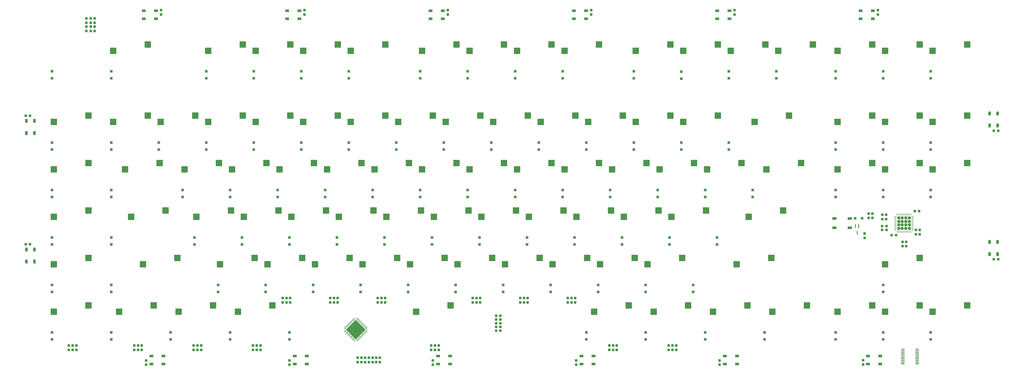
<source format=gbr>
%TF.GenerationSoftware,KiCad,Pcbnew,(6.0.4)*%
%TF.CreationDate,2022-07-07T12:58:29-04:00*%
%TF.ProjectId,Uranium,5572616e-6975-46d2-9e6b-696361645f70,rev?*%
%TF.SameCoordinates,Original*%
%TF.FileFunction,Paste,Bot*%
%TF.FilePolarity,Positive*%
%FSLAX46Y46*%
G04 Gerber Fmt 4.6, Leading zero omitted, Abs format (unit mm)*
G04 Created by KiCad (PCBNEW (6.0.4)) date 2022-07-07 12:58:29*
%MOMM*%
%LPD*%
G01*
G04 APERTURE LIST*
G04 Aperture macros list*
%AMRoundRect*
0 Rectangle with rounded corners*
0 $1 Rounding radius*
0 $2 $3 $4 $5 $6 $7 $8 $9 X,Y pos of 4 corners*
0 Add a 4 corners polygon primitive as box body*
4,1,4,$2,$3,$4,$5,$6,$7,$8,$9,$2,$3,0*
0 Add four circle primitives for the rounded corners*
1,1,$1+$1,$2,$3*
1,1,$1+$1,$4,$5*
1,1,$1+$1,$6,$7*
1,1,$1+$1,$8,$9*
0 Add four rect primitives between the rounded corners*
20,1,$1+$1,$2,$3,$4,$5,0*
20,1,$1+$1,$4,$5,$6,$7,0*
20,1,$1+$1,$6,$7,$8,$9,0*
20,1,$1+$1,$8,$9,$2,$3,0*%
%AMRotRect*
0 Rectangle, with rotation*
0 The origin of the aperture is its center*
0 $1 length*
0 $2 width*
0 $3 Rotation angle, in degrees counterclockwise*
0 Add horizontal line*
21,1,$1,$2,0,0,$3*%
G04 Aperture macros list end*
%ADD10R,2.550000X2.500000*%
%ADD11R,1.100000X1.100000*%
%ADD12RoundRect,0.237500X-0.237500X0.287500X-0.237500X-0.287500X0.237500X-0.287500X0.237500X0.287500X0*%
%ADD13RoundRect,0.237500X-0.287500X-0.237500X0.287500X-0.237500X0.287500X0.237500X-0.287500X0.237500X0*%
%ADD14RoundRect,0.237500X0.237500X-0.287500X0.237500X0.287500X-0.237500X0.287500X-0.237500X-0.287500X0*%
%ADD15R,1.500000X1.000000*%
%ADD16RoundRect,0.237500X0.287500X0.237500X-0.287500X0.237500X-0.287500X-0.237500X0.287500X-0.237500X0*%
%ADD17RoundRect,0.100000X0.637500X0.100000X-0.637500X0.100000X-0.637500X-0.100000X0.637500X-0.100000X0*%
%ADD18R,1.000000X1.500000*%
%ADD19RotRect,0.200000X0.850000X45.000000*%
%ADD20RotRect,0.200000X0.850000X135.000000*%
%ADD21RotRect,5.550000X5.550000X135.000000*%
%ADD22R,1.800000X1.100000*%
%ADD23RoundRect,0.250000X-0.315000X-0.315000X0.315000X-0.315000X0.315000X0.315000X-0.315000X0.315000X0*%
%ADD24RoundRect,0.062500X-0.375000X-0.062500X0.375000X-0.062500X0.375000X0.062500X-0.375000X0.062500X0*%
%ADD25RoundRect,0.062500X-0.062500X-0.375000X0.062500X-0.375000X0.062500X0.375000X-0.062500X0.375000X0*%
%ADD26R,0.450000X1.500000*%
G04 APERTURE END LIST*
D10*
%TO.C,K62*%
X473015000Y-209232500D03*
X459165000Y-211772500D03*
%TD*%
%TO.C,K83*%
X332521250Y-247332500D03*
X318671250Y-249872500D03*
%TD*%
%TO.C,K42*%
X430152500Y-190182500D03*
X416302500Y-192722500D03*
%TD*%
%TO.C,K81*%
X282515000Y-247332500D03*
X268665000Y-249872500D03*
%TD*%
%TO.C,K2*%
X344427500Y-142557500D03*
X330577500Y-145097500D03*
%TD*%
%TO.C,K71*%
X387290000Y-228282500D03*
X373440000Y-230822500D03*
%TD*%
%TO.C,K31*%
X563502500Y-171132500D03*
X549652500Y-173672500D03*
%TD*%
%TO.C,K3*%
X363477500Y-142557500D03*
X349627500Y-145097500D03*
%TD*%
%TO.C,K12*%
X553977500Y-142557500D03*
X540127500Y-145097500D03*
%TD*%
%TO.C,K45*%
X487302500Y-190182500D03*
X473452500Y-192722500D03*
%TD*%
%TO.C,K41*%
X411102500Y-190182500D03*
X397252500Y-192722500D03*
%TD*%
%TO.C,K28*%
X496827500Y-171132500D03*
X482977500Y-173672500D03*
%TD*%
%TO.C,K44*%
X468252500Y-190182500D03*
X454402500Y-192722500D03*
%TD*%
%TO.C,K4*%
X382527500Y-142557500D03*
X368677500Y-145097500D03*
%TD*%
%TO.C,K74*%
X444440000Y-228282500D03*
X430590000Y-230822500D03*
%TD*%
%TO.C,K9*%
X487302500Y-142557500D03*
X473452500Y-145097500D03*
%TD*%
%TO.C,K90*%
X596840000Y-247332500D03*
X582990000Y-249872500D03*
%TD*%
%TO.C,K36*%
X311090000Y-190182500D03*
X297240000Y-192722500D03*
%TD*%
%TO.C,K49*%
X568265000Y-190182500D03*
X554415000Y-192722500D03*
%TD*%
%TO.C,K6*%
X430152500Y-142557500D03*
X416302500Y-145097500D03*
%TD*%
%TO.C,K19*%
X325377500Y-171132500D03*
X311527500Y-173672500D03*
%TD*%
%TO.C,K87*%
X523021250Y-247332500D03*
X509171250Y-249872500D03*
%TD*%
%TO.C,K80*%
X615890000Y-228282500D03*
X602040000Y-230822500D03*
%TD*%
%TO.C,K47*%
X525402500Y-190182500D03*
X511552500Y-192722500D03*
%TD*%
%TO.C,K14*%
X596840000Y-142557500D03*
X582990000Y-145097500D03*
%TD*%
%TO.C,K66*%
X561121250Y-209232500D03*
X547271250Y-211772500D03*
%TD*%
%TO.C,K91*%
X615890000Y-247332500D03*
X602040000Y-249872500D03*
%TD*%
%TO.C,K56*%
X358715000Y-209232500D03*
X344865000Y-211772500D03*
%TD*%
%TO.C,K78*%
X520640000Y-228282500D03*
X506790000Y-230822500D03*
%TD*%
%TO.C,K54*%
X313471250Y-209232500D03*
X299621250Y-211772500D03*
%TD*%
%TO.C,K67*%
X282515000Y-228282500D03*
X268665000Y-230822500D03*
%TD*%
%TO.C,K15*%
X615890000Y-142557500D03*
X602040000Y-145097500D03*
%TD*%
%TO.C,K38*%
X353952500Y-190182500D03*
X340102500Y-192722500D03*
%TD*%
%TO.C,K69*%
X349190000Y-228282500D03*
X335340000Y-230822500D03*
%TD*%
%TO.C,K51*%
X615890000Y-190182500D03*
X602040000Y-192722500D03*
%TD*%
%TO.C,K29*%
X515877500Y-171132500D03*
X502027500Y-173672500D03*
%TD*%
%TO.C,K23*%
X401577500Y-171132500D03*
X387727500Y-173672500D03*
%TD*%
%TO.C,K55*%
X339665000Y-209232500D03*
X325815000Y-211772500D03*
%TD*%
%TO.C,K70*%
X368240000Y-228282500D03*
X354390000Y-230822500D03*
%TD*%
%TO.C,K68*%
X318233750Y-228282500D03*
X304383750Y-230822500D03*
%TD*%
%TO.C,K8*%
X468252500Y-142557500D03*
X454402500Y-145097500D03*
%TD*%
%TO.C,K58*%
X396815000Y-209232500D03*
X382965000Y-211772500D03*
%TD*%
%TO.C,K40*%
X392052500Y-190182500D03*
X378202500Y-192722500D03*
%TD*%
%TO.C,K20*%
X344427500Y-171132500D03*
X330577500Y-173672500D03*
%TD*%
%TO.C,K1*%
X306327500Y-142557500D03*
X292477500Y-145097500D03*
%TD*%
%TO.C,K59*%
X415865000Y-209232500D03*
X402015000Y-211772500D03*
%TD*%
%TO.C,K16*%
X634940000Y-142557500D03*
X621090000Y-145097500D03*
%TD*%
%TO.C,K21*%
X363477500Y-171132500D03*
X349627500Y-173672500D03*
%TD*%
%TO.C,K25*%
X439677500Y-171132500D03*
X425827500Y-173672500D03*
%TD*%
%TO.C,K10*%
X515877500Y-142557500D03*
X502027500Y-145097500D03*
%TD*%
%TO.C,K61*%
X453965000Y-209232500D03*
X440115000Y-211772500D03*
%TD*%
%TO.C,K48*%
X544452500Y-190182500D03*
X530602500Y-192722500D03*
%TD*%
%TO.C,K7*%
X449202500Y-142557500D03*
X435352500Y-145097500D03*
%TD*%
%TO.C,K50*%
X596840000Y-190182500D03*
X582990000Y-192722500D03*
%TD*%
%TO.C,K33*%
X615890000Y-171132500D03*
X602040000Y-173672500D03*
%TD*%
%TO.C,K27*%
X477777500Y-171132500D03*
X463927500Y-173672500D03*
%TD*%
%TO.C,K77*%
X501590000Y-228282500D03*
X487740000Y-230822500D03*
%TD*%
%TO.C,K26*%
X458727500Y-171132500D03*
X444877500Y-173672500D03*
%TD*%
%TO.C,K84*%
X356333750Y-247332500D03*
X342483750Y-249872500D03*
%TD*%
%TO.C,K75*%
X463490000Y-228282500D03*
X449640000Y-230822500D03*
%TD*%
%TO.C,K18*%
X306327500Y-171132500D03*
X292477500Y-173672500D03*
%TD*%
%TO.C,K32*%
X596840000Y-171132500D03*
X582990000Y-173672500D03*
%TD*%
%TO.C,K52*%
X634940000Y-190182500D03*
X621090000Y-192722500D03*
%TD*%
%TO.C,K65*%
X530165000Y-209232500D03*
X516315000Y-211772500D03*
%TD*%
%TO.C,K43*%
X449202500Y-190182500D03*
X435352500Y-192722500D03*
%TD*%
%TO.C,K30*%
X534927500Y-171132500D03*
X521077500Y-173672500D03*
%TD*%
%TO.C,K73*%
X425390000Y-228282500D03*
X411540000Y-230822500D03*
%TD*%
%TO.C,K85*%
X427771250Y-247332500D03*
X413921250Y-249872500D03*
%TD*%
%TO.C,K63*%
X492065000Y-209232500D03*
X478215000Y-211772500D03*
%TD*%
%TO.C,K11*%
X534927500Y-142557500D03*
X521077500Y-145097500D03*
%TD*%
%TO.C,K24*%
X420627500Y-171132500D03*
X406777500Y-173672500D03*
%TD*%
%TO.C,K17*%
X282515000Y-171132500D03*
X268665000Y-173672500D03*
%TD*%
%TO.C,K34*%
X634940000Y-171132500D03*
X621090000Y-173672500D03*
%TD*%
%TO.C,K37*%
X334902500Y-190182500D03*
X321052500Y-192722500D03*
%TD*%
%TO.C,K57*%
X377765000Y-209232500D03*
X363915000Y-211772500D03*
%TD*%
%TO.C,K46*%
X506352500Y-190182500D03*
X492502500Y-192722500D03*
%TD*%
%TO.C,K39*%
X373002500Y-190182500D03*
X359152500Y-192722500D03*
%TD*%
%TO.C,K64*%
X511115000Y-209232500D03*
X497265000Y-211772500D03*
%TD*%
%TO.C,K72*%
X406340000Y-228282500D03*
X392490000Y-230822500D03*
%TD*%
%TO.C,K86*%
X499208750Y-247332500D03*
X485358750Y-249872500D03*
%TD*%
%TO.C,K13*%
X573027500Y-142557500D03*
X559177500Y-145097500D03*
%TD*%
%TO.C,K53*%
X282515000Y-209232500D03*
X268665000Y-211772500D03*
%TD*%
%TO.C,K22*%
X382527500Y-171132500D03*
X368677500Y-173672500D03*
%TD*%
%TO.C,K79*%
X556358750Y-228282500D03*
X542508750Y-230822500D03*
%TD*%
%TO.C,K92*%
X634940000Y-247332500D03*
X621090000Y-249872500D03*
%TD*%
%TO.C,K35*%
X282515000Y-190182500D03*
X268665000Y-192722500D03*
%TD*%
%TO.C,K88*%
X546833750Y-247332500D03*
X532983750Y-249872500D03*
%TD*%
%TO.C,K5*%
X401577500Y-142557500D03*
X387727500Y-145097500D03*
%TD*%
%TO.C,K82*%
X308708750Y-247332500D03*
X294858750Y-249872500D03*
%TD*%
%TO.C,K89*%
X570646250Y-247332500D03*
X556796250Y-249872500D03*
%TD*%
%TO.C,K60*%
X434915000Y-209232500D03*
X421065000Y-211772500D03*
%TD*%
%TO.C,K76*%
X482540000Y-228282500D03*
X468690000Y-230822500D03*
%TD*%
D11*
%TO.C,D75*%
X372665625Y-241906250D03*
X372665625Y-239106250D03*
%TD*%
%TO.C,D61*%
X363140625Y-222856250D03*
X363140625Y-220056250D03*
%TD*%
%TO.C,D23*%
X310753125Y-184756250D03*
X310753125Y-181956250D03*
%TD*%
D12*
%TO.C,C10*%
X615895000Y-217025000D03*
X615895000Y-218775000D03*
%TD*%
D11*
%TO.C,D9*%
X386953125Y-156181250D03*
X386953125Y-153381250D03*
%TD*%
%TO.C,D70*%
X534590625Y-222856250D03*
X534590625Y-220056250D03*
%TD*%
D13*
%TO.C,C31*%
X257383750Y-222810459D03*
X259133750Y-222810459D03*
%TD*%
D14*
%TO.C,R23*%
X302418750Y-265193750D03*
X302418750Y-263443750D03*
%TD*%
D11*
%TO.C,D31*%
X463153125Y-184756250D03*
X463153125Y-181956250D03*
%TD*%
%TO.C,D50*%
X491728125Y-203806250D03*
X491728125Y-201006250D03*
%TD*%
D12*
%TO.C,R7*%
X610500000Y-221825000D03*
X610500000Y-223575000D03*
%TD*%
D14*
%TO.C,R31*%
X363450000Y-246143750D03*
X363450000Y-244393750D03*
%TD*%
%TO.C,R47*%
X457200000Y-246143750D03*
X457200000Y-244393750D03*
%TD*%
%TO.C,C27*%
X478171309Y-271158750D03*
X478171309Y-269408750D03*
%TD*%
D12*
%TO.C,R6*%
X284997024Y-135425000D03*
X284997024Y-137175000D03*
%TD*%
D11*
%TO.C,D80*%
X467915625Y-241906250D03*
X467915625Y-239106250D03*
%TD*%
D14*
%TO.C,C28*%
X420681138Y-271158750D03*
X420681138Y-269408750D03*
%TD*%
%TO.C,R44*%
X438150000Y-246143750D03*
X438150000Y-244393750D03*
%TD*%
D15*
%TO.C,D198*%
X597076651Y-129071250D03*
X597076651Y-132271250D03*
X592176651Y-132271250D03*
X592176651Y-129071250D03*
%TD*%
D14*
%TO.C,R43*%
X439650000Y-246143750D03*
X439650000Y-244393750D03*
%TD*%
D16*
%TO.C,C18*%
X447775000Y-253000000D03*
X446025000Y-253000000D03*
%TD*%
D11*
%TO.C,D25*%
X348853125Y-184756250D03*
X348853125Y-181956250D03*
%TD*%
%TO.C,D71*%
X267890625Y-241906250D03*
X267890625Y-239106250D03*
%TD*%
D15*
%TO.C,D202*%
X367115967Y-129071250D03*
X367115967Y-132271250D03*
X362215967Y-132271250D03*
X362215967Y-129071250D03*
%TD*%
D11*
%TO.C,D92*%
X529828125Y-260956250D03*
X529828125Y-258156250D03*
%TD*%
%TO.C,D52*%
X529828125Y-203806250D03*
X529828125Y-201006250D03*
%TD*%
D14*
%TO.C,R39*%
X398543750Y-246143750D03*
X398543750Y-244393750D03*
%TD*%
D11*
%TO.C,D37*%
X601265625Y-184756250D03*
X601265625Y-181956250D03*
%TD*%
D16*
%TO.C,R16*%
X447775000Y-254500000D03*
X446025000Y-254500000D03*
%TD*%
D11*
%TO.C,D8*%
X367903125Y-156181250D03*
X367903125Y-153381250D03*
%TD*%
%TO.C,D78*%
X429815625Y-241906250D03*
X429815625Y-239106250D03*
%TD*%
D14*
%TO.C,R54*%
X491418750Y-265193750D03*
X491418750Y-263443750D03*
%TD*%
%TO.C,C21*%
X395000000Y-270087500D03*
X395000000Y-268337500D03*
%TD*%
%TO.C,R19*%
X277725000Y-265193750D03*
X277725000Y-263443750D03*
%TD*%
D11*
%TO.C,D36*%
X582215625Y-184756250D03*
X582215625Y-181956250D03*
%TD*%
%TO.C,D89*%
X363140625Y-260956250D03*
X363140625Y-258156250D03*
%TD*%
D14*
%TO.C,C25*%
X593176651Y-271058750D03*
X593176651Y-269308750D03*
%TD*%
D11*
%TO.C,D85*%
X267890625Y-260956250D03*
X267890625Y-258156250D03*
%TD*%
D14*
%TO.C,R42*%
X419981250Y-265193750D03*
X419981250Y-263443750D03*
%TD*%
%TO.C,R41*%
X421481250Y-265193750D03*
X421481250Y-263443750D03*
%TD*%
D11*
%TO.C,D73*%
X334565625Y-241906250D03*
X334565625Y-239106250D03*
%TD*%
D14*
%TO.C,C30*%
X305700796Y-271158750D03*
X305700796Y-269408750D03*
%TD*%
D11*
%TO.C,D81*%
X486965625Y-241906250D03*
X486965625Y-239106250D03*
%TD*%
D15*
%TO.C,D203*%
X309625796Y-129071250D03*
X309625796Y-132271250D03*
X304725796Y-132271250D03*
X304725796Y-129071250D03*
%TD*%
D11*
%TO.C,D28*%
X406003125Y-184756250D03*
X406003125Y-181956250D03*
%TD*%
%TO.C,D86*%
X291703125Y-260956250D03*
X291703125Y-258156250D03*
%TD*%
D16*
%TO.C,C40*%
X647396250Y-228785459D03*
X645646250Y-228785459D03*
%TD*%
D11*
%TO.C,D79*%
X448865625Y-241906250D03*
X448865625Y-239106250D03*
%TD*%
D17*
%TO.C,U1*%
X614843750Y-264965625D03*
X614843750Y-265615625D03*
X614843750Y-266265625D03*
X614843750Y-266915625D03*
X614843750Y-267565625D03*
X614843750Y-268215625D03*
X614843750Y-268865625D03*
X614843750Y-269515625D03*
X614843750Y-270165625D03*
X614843750Y-270815625D03*
X609118750Y-270815625D03*
X609118750Y-270165625D03*
X609118750Y-269515625D03*
X609118750Y-268865625D03*
X609118750Y-268215625D03*
X609118750Y-267565625D03*
X609118750Y-266915625D03*
X609118750Y-266265625D03*
X609118750Y-265615625D03*
X609118750Y-264965625D03*
%TD*%
D11*
%TO.C,D13*%
X472678125Y-156181250D03*
X472678125Y-153381250D03*
%TD*%
D15*
%TO.C,D192*%
X480221309Y-270883750D03*
X480221309Y-267683750D03*
X485121309Y-267683750D03*
X485121309Y-270883750D03*
%TD*%
D11*
%TO.C,D46*%
X415528125Y-203806250D03*
X415528125Y-201006250D03*
%TD*%
%TO.C,D1*%
X592787500Y-212359375D03*
X589987500Y-212359375D03*
%TD*%
D18*
%TO.C,D205*%
X647121250Y-226735459D03*
X643921250Y-226735459D03*
X643921250Y-221835459D03*
X647121250Y-221835459D03*
%TD*%
D14*
%TO.C,R18*%
X399400000Y-270087500D03*
X399400000Y-268337500D03*
%TD*%
%TO.C,C20*%
X397956250Y-270087500D03*
X397956250Y-268337500D03*
%TD*%
D11*
%TO.C,D83*%
X525065625Y-241906250D03*
X525065625Y-239106250D03*
%TD*%
D12*
%TO.C,C36*%
X426656138Y-128796250D03*
X426656138Y-130546250D03*
%TD*%
D11*
%TO.C,D38*%
X620315625Y-184756250D03*
X620315625Y-181956250D03*
%TD*%
%TO.C,D41*%
X320278125Y-203806250D03*
X320278125Y-201006250D03*
%TD*%
D19*
%TO.C,U5*%
X394178694Y-257484924D03*
X393895852Y-257767767D03*
X393613009Y-258050610D03*
X393330166Y-258333453D03*
X393047324Y-258616295D03*
X392764481Y-258899138D03*
X392481638Y-259181981D03*
X392198795Y-259464823D03*
X391915953Y-259747666D03*
X391633110Y-260030509D03*
X391350267Y-260313352D03*
X391067425Y-260596194D03*
X390784582Y-260879037D03*
X390501739Y-261161880D03*
X390218896Y-261444722D03*
D20*
X389299658Y-261444722D03*
X389016815Y-261161880D03*
X388733972Y-260879037D03*
X388451129Y-260596194D03*
X388168287Y-260313352D03*
X387885444Y-260030509D03*
X387602601Y-259747666D03*
X387319759Y-259464823D03*
X387036916Y-259181981D03*
X386754073Y-258899138D03*
X386471230Y-258616295D03*
X386188388Y-258333453D03*
X385905545Y-258050610D03*
X385622702Y-257767767D03*
X385339860Y-257484924D03*
D19*
X385339860Y-256565686D03*
X385622702Y-256282843D03*
X385905545Y-256000000D03*
X386188388Y-255717157D03*
X386471230Y-255434315D03*
X386754073Y-255151472D03*
X387036916Y-254868629D03*
X387319759Y-254585787D03*
X387602601Y-254302944D03*
X387885444Y-254020101D03*
X388168287Y-253737258D03*
X388451129Y-253454416D03*
X388733972Y-253171573D03*
X389016815Y-252888730D03*
X389299658Y-252605888D03*
D20*
X390218896Y-252605888D03*
X390501739Y-252888730D03*
X390784582Y-253171573D03*
X391067425Y-253454416D03*
X391350267Y-253737258D03*
X391633110Y-254020101D03*
X391915953Y-254302944D03*
X392198795Y-254585787D03*
X392481638Y-254868629D03*
X392764481Y-255151472D03*
X393047324Y-255434315D03*
X393330166Y-255717157D03*
X393613009Y-256000000D03*
X393895852Y-256282843D03*
X394178694Y-256565686D03*
D21*
X389759277Y-257025305D03*
%TD*%
D14*
%TO.C,C26*%
X535661480Y-271158750D03*
X535661480Y-269408750D03*
%TD*%
D11*
%TO.C,D20*%
X620315625Y-156181250D03*
X620315625Y-153381250D03*
%TD*%
%TO.C,D58*%
X291703125Y-222856250D03*
X291703125Y-220056250D03*
%TD*%
%TO.C,D82*%
X506015625Y-241906250D03*
X506015625Y-239106250D03*
%TD*%
%TO.C,D93*%
X553640625Y-260956250D03*
X553640625Y-258156250D03*
%TD*%
D12*
%TO.C,C35*%
X484146309Y-128796250D03*
X484146309Y-130546250D03*
%TD*%
D14*
%TO.C,R55*%
X518231250Y-265193750D03*
X518231250Y-263443750D03*
%TD*%
D16*
%TO.C,R4*%
X283472024Y-137200000D03*
X281722024Y-137200000D03*
%TD*%
D11*
%TO.C,D19*%
X601265625Y-156181250D03*
X601265625Y-153381250D03*
%TD*%
%TO.C,D87*%
X315515625Y-260956250D03*
X315515625Y-258156250D03*
%TD*%
D16*
%TO.C,C16*%
X602575000Y-217000000D03*
X600825000Y-217000000D03*
%TD*%
D14*
%TO.C,C12*%
X600900000Y-212675000D03*
X600900000Y-210925000D03*
%TD*%
%TO.C,C24*%
X390500000Y-270075000D03*
X390500000Y-268325000D03*
%TD*%
D11*
%TO.C,D60*%
X344090625Y-222856250D03*
X344090625Y-220056250D03*
%TD*%
%TO.C,D88*%
X339328125Y-260956250D03*
X339328125Y-258156250D03*
%TD*%
%TO.C,D65*%
X439340625Y-222856250D03*
X439340625Y-220056250D03*
%TD*%
D14*
%TO.C,R29*%
X350043750Y-265193750D03*
X350043750Y-263443750D03*
%TD*%
D11*
%TO.C,D39*%
X267890625Y-203806250D03*
X267890625Y-201006250D03*
%TD*%
%TO.C,D94*%
X582215625Y-260956250D03*
X582215625Y-258156250D03*
%TD*%
%TO.C,D44*%
X377428125Y-203806250D03*
X377428125Y-201006250D03*
%TD*%
%TO.C,D32*%
X482203125Y-184756250D03*
X482203125Y-181956250D03*
%TD*%
%TO.C,D6*%
X329803125Y-156181250D03*
X329803125Y-153381250D03*
%TD*%
%TO.C,D68*%
X496490625Y-222856250D03*
X496490625Y-220056250D03*
%TD*%
D14*
%TO.C,R27*%
X324731250Y-265193750D03*
X324731250Y-263443750D03*
%TD*%
%TO.C,C29*%
X363190967Y-271158750D03*
X363190967Y-269408750D03*
%TD*%
%TO.C,R30*%
X348543750Y-265193750D03*
X348543750Y-263443750D03*
%TD*%
D15*
%TO.C,D191*%
X537711480Y-270883750D03*
X537711480Y-267683750D03*
X542611480Y-267683750D03*
X542611480Y-270883750D03*
%TD*%
D14*
%TO.C,R5*%
X284997024Y-133875000D03*
X284997024Y-132125000D03*
%TD*%
D22*
%TO.C,SW1*%
X581700000Y-216150000D03*
X587900000Y-216150000D03*
X587900000Y-212450000D03*
X581700000Y-212450000D03*
%TD*%
D18*
%TO.C,D197*%
X257658750Y-173266792D03*
X260858750Y-173266792D03*
X260858750Y-178166792D03*
X257658750Y-178166792D03*
%TD*%
D11*
%TO.C,D91*%
X506015625Y-260956250D03*
X506015625Y-258156250D03*
%TD*%
%TO.C,D34*%
X520303125Y-184756250D03*
X520303125Y-181956250D03*
%TD*%
D14*
%TO.C,R51*%
X474750000Y-246143750D03*
X474750000Y-244393750D03*
%TD*%
%TO.C,R49*%
X477750000Y-246143750D03*
X477750000Y-244393750D03*
%TD*%
%TO.C,C11*%
X602400000Y-212675000D03*
X602400000Y-210925000D03*
%TD*%
D11*
%TO.C,D63*%
X401240625Y-222856250D03*
X401240625Y-220056250D03*
%TD*%
D12*
%TO.C,C33*%
X599126651Y-128796250D03*
X599126651Y-130546250D03*
%TD*%
D16*
%TO.C,C15*%
X615675000Y-209500000D03*
X613925000Y-209500000D03*
%TD*%
D12*
%TO.C,C34*%
X541636480Y-128796250D03*
X541636480Y-130546250D03*
%TD*%
D11*
%TO.C,D27*%
X386953125Y-184756250D03*
X386953125Y-181956250D03*
%TD*%
D15*
%TO.C,D199*%
X539586480Y-129071250D03*
X539586480Y-132271250D03*
X534686480Y-132271250D03*
X534686480Y-129071250D03*
%TD*%
D14*
%TO.C,R48*%
X455700000Y-246143750D03*
X455700000Y-244393750D03*
%TD*%
D11*
%TO.C,D17*%
X558403125Y-156181250D03*
X558403125Y-153381250D03*
%TD*%
%TO.C,D10*%
X415528125Y-156181250D03*
X415528125Y-153381250D03*
%TD*%
D14*
%TO.C,R35*%
X381000000Y-246143750D03*
X381000000Y-244393750D03*
%TD*%
D11*
%TO.C,D64*%
X420290625Y-222856250D03*
X420290625Y-220056250D03*
%TD*%
%TO.C,D90*%
X482203125Y-260956250D03*
X482203125Y-258156250D03*
%TD*%
D15*
%TO.C,D201*%
X424606138Y-129071250D03*
X424606138Y-132271250D03*
X419706138Y-132271250D03*
X419706138Y-129071250D03*
%TD*%
D11*
%TO.C,D69*%
X515540625Y-222856250D03*
X515540625Y-220056250D03*
%TD*%
%TO.C,D67*%
X477440625Y-222856250D03*
X477440625Y-220056250D03*
%TD*%
%TO.C,D76*%
X391715625Y-241906250D03*
X391715625Y-239106250D03*
%TD*%
D14*
%TO.C,R37*%
X401550000Y-246143750D03*
X401550000Y-244393750D03*
%TD*%
D11*
%TO.C,D84*%
X601265625Y-241906250D03*
X601265625Y-239106250D03*
%TD*%
D12*
%TO.C,C9*%
X614395000Y-217025000D03*
X614395000Y-218775000D03*
%TD*%
D11*
%TO.C,D45*%
X396478125Y-203806250D03*
X396478125Y-201006250D03*
%TD*%
D16*
%TO.C,R15*%
X447775000Y-257500000D03*
X446025000Y-257500000D03*
%TD*%
D13*
%TO.C,R3*%
X281722024Y-133900000D03*
X283472024Y-133900000D03*
%TD*%
D14*
%TO.C,R38*%
X400050000Y-246143750D03*
X400050000Y-244393750D03*
%TD*%
D11*
%TO.C,D95*%
X601265625Y-260956250D03*
X601265625Y-258156250D03*
%TD*%
D16*
%TO.C,R14*%
X447775000Y-251500000D03*
X446025000Y-251500000D03*
%TD*%
D11*
%TO.C,D5*%
X291703125Y-156181250D03*
X291703125Y-153381250D03*
%TD*%
%TO.C,D42*%
X339328125Y-203806250D03*
X339328125Y-201006250D03*
%TD*%
D23*
%TO.C,U2*%
X610300000Y-215012500D03*
X608900000Y-216412500D03*
X608900000Y-215012500D03*
X607500000Y-213612500D03*
X610300000Y-213612500D03*
X611700000Y-212212500D03*
X607500000Y-212212500D03*
X611700000Y-216412500D03*
X610300000Y-216412500D03*
X607500000Y-216412500D03*
X608900000Y-212212500D03*
X610300000Y-212212500D03*
X611700000Y-215012500D03*
X607500000Y-215012500D03*
X611700000Y-213612500D03*
X608900000Y-213612500D03*
D24*
X606162500Y-217062500D03*
X606162500Y-216562500D03*
X606162500Y-216062500D03*
X606162500Y-215562500D03*
X606162500Y-215062500D03*
X606162500Y-214562500D03*
X606162500Y-214062500D03*
X606162500Y-213562500D03*
X606162500Y-213062500D03*
X606162500Y-212562500D03*
X606162500Y-212062500D03*
X606162500Y-211562500D03*
D25*
X606850000Y-210875000D03*
X607350000Y-210875000D03*
X607850000Y-210875000D03*
X608350000Y-210875000D03*
X608850000Y-210875000D03*
X609350000Y-210875000D03*
X609850000Y-210875000D03*
X610350000Y-210875000D03*
X610850000Y-210875000D03*
X611350000Y-210875000D03*
X611850000Y-210875000D03*
X612350000Y-210875000D03*
D24*
X613037500Y-211562500D03*
X613037500Y-212062500D03*
X613037500Y-212562500D03*
X613037500Y-213062500D03*
X613037500Y-213562500D03*
X613037500Y-214062500D03*
X613037500Y-214562500D03*
X613037500Y-215062500D03*
X613037500Y-215562500D03*
X613037500Y-216062500D03*
X613037500Y-216562500D03*
X613037500Y-217062500D03*
D25*
X612350000Y-217750000D03*
X611850000Y-217750000D03*
X611350000Y-217750000D03*
X610850000Y-217750000D03*
X610350000Y-217750000D03*
X609850000Y-217750000D03*
X609350000Y-217750000D03*
X608850000Y-217750000D03*
X608350000Y-217750000D03*
X607850000Y-217750000D03*
X607350000Y-217750000D03*
X606850000Y-217750000D03*
%TD*%
D12*
%TO.C,C2*%
X595387500Y-210484375D03*
X595387500Y-212234375D03*
%TD*%
D11*
%TO.C,D49*%
X472678125Y-203806250D03*
X472678125Y-201006250D03*
%TD*%
D14*
%TO.C,R52*%
X494418750Y-265193750D03*
X494418750Y-263443750D03*
%TD*%
D11*
%TO.C,D21*%
X267890625Y-184756250D03*
X267890625Y-181956250D03*
%TD*%
D14*
%TO.C,R22*%
X303918750Y-265193750D03*
X303918750Y-263443750D03*
%TD*%
%TO.C,C22*%
X393500000Y-270087500D03*
X393500000Y-268337500D03*
%TD*%
D11*
%TO.C,D74*%
X353615625Y-241906250D03*
X353615625Y-239106250D03*
%TD*%
D16*
%TO.C,C39*%
X647396250Y-177191792D03*
X645646250Y-177191792D03*
%TD*%
D11*
%TO.C,D55*%
X601265625Y-203806250D03*
X601265625Y-201006250D03*
%TD*%
%TO.C,D26*%
X367903125Y-184756250D03*
X367903125Y-181956250D03*
%TD*%
D26*
%TO.C,Q1*%
X590150000Y-215529375D03*
X591450000Y-215529375D03*
X590800000Y-218189375D03*
%TD*%
D11*
%TO.C,D11*%
X434578125Y-156181250D03*
X434578125Y-153381250D03*
%TD*%
D14*
%TO.C,R25*%
X327731250Y-265193750D03*
X327731250Y-263443750D03*
%TD*%
D16*
%TO.C,C5*%
X283472024Y-132100000D03*
X281722024Y-132100000D03*
%TD*%
D11*
%TO.C,D15*%
X520303125Y-156291875D03*
X520303125Y-153491875D03*
%TD*%
D14*
%TO.C,C1*%
X593800000Y-220234375D03*
X593800000Y-218484375D03*
%TD*%
%TO.C,C19*%
X396500000Y-270087500D03*
X396500000Y-268337500D03*
%TD*%
D11*
%TO.C,D12*%
X453628125Y-156181250D03*
X453628125Y-153381250D03*
%TD*%
D14*
%TO.C,R28*%
X351543750Y-265193750D03*
X351543750Y-263443750D03*
%TD*%
D11*
%TO.C,D4*%
X267890625Y-156181250D03*
X267890625Y-153381250D03*
%TD*%
D15*
%TO.C,D193*%
X422731138Y-270883750D03*
X422731138Y-267683750D03*
X427631138Y-267683750D03*
X427631138Y-270883750D03*
%TD*%
D14*
%TO.C,R40*%
X422981250Y-265193750D03*
X422981250Y-263443750D03*
%TD*%
D11*
%TO.C,D18*%
X582215625Y-156181250D03*
X582215625Y-153381250D03*
%TD*%
D16*
%TO.C,C17*%
X602575000Y-215500000D03*
X600825000Y-215500000D03*
%TD*%
D14*
%TO.C,R56*%
X516731250Y-265193750D03*
X516731250Y-263443750D03*
%TD*%
D12*
%TO.C,C38*%
X311675796Y-128796250D03*
X311675796Y-130546250D03*
%TD*%
D14*
%TO.C,C23*%
X392000000Y-270087500D03*
X392000000Y-268337500D03*
%TD*%
%TO.C,R57*%
X515231250Y-265193750D03*
X515231250Y-263443750D03*
%TD*%
D15*
%TO.C,D195*%
X307750796Y-270883750D03*
X307750796Y-267683750D03*
X312650796Y-267683750D03*
X312650796Y-270883750D03*
%TD*%
D11*
%TO.C,D48*%
X453628125Y-203806250D03*
X453628125Y-201006250D03*
%TD*%
D14*
%TO.C,R1*%
X596887500Y-212234375D03*
X596887500Y-210484375D03*
%TD*%
%TO.C,R20*%
X276225000Y-265193750D03*
X276225000Y-263443750D03*
%TD*%
D11*
%TO.C,D35*%
X539353125Y-184756250D03*
X539353125Y-181956250D03*
%TD*%
D14*
%TO.C,R26*%
X326231250Y-265193750D03*
X326231250Y-263443750D03*
%TD*%
D18*
%TO.C,D204*%
X647121250Y-175141792D03*
X643921250Y-175141792D03*
X643921250Y-170241792D03*
X647121250Y-170241792D03*
%TD*%
D11*
%TO.C,D72*%
X291703125Y-241906250D03*
X291703125Y-239106250D03*
%TD*%
%TO.C,D30*%
X444103125Y-184756250D03*
X444103125Y-181956250D03*
%TD*%
%TO.C,D43*%
X358378125Y-203806250D03*
X358378125Y-201006250D03*
%TD*%
%TO.C,D33*%
X501253125Y-184756250D03*
X501253125Y-181956250D03*
%TD*%
D18*
%TO.C,D196*%
X257658750Y-224860459D03*
X260858750Y-224860459D03*
X260858750Y-229760459D03*
X257658750Y-229760459D03*
%TD*%
D11*
%TO.C,D57*%
X267890625Y-222856250D03*
X267890625Y-220056250D03*
%TD*%
D14*
%TO.C,R45*%
X436650000Y-246143750D03*
X436650000Y-244393750D03*
%TD*%
D15*
%TO.C,D194*%
X365240967Y-270883750D03*
X365240967Y-267683750D03*
X370140967Y-267683750D03*
X370140967Y-270883750D03*
%TD*%
D11*
%TO.C,D66*%
X458390625Y-222856250D03*
X458390625Y-220056250D03*
%TD*%
D15*
%TO.C,D190*%
X595176651Y-270883750D03*
X595176651Y-267683750D03*
X600076651Y-267683750D03*
X600076651Y-270883750D03*
%TD*%
D12*
%TO.C,C37*%
X369165967Y-128796250D03*
X369165967Y-130546250D03*
%TD*%
D14*
%TO.C,R36*%
X379500000Y-246143750D03*
X379500000Y-244393750D03*
%TD*%
D11*
%TO.C,D59*%
X325040625Y-222856250D03*
X325040625Y-220056250D03*
%TD*%
%TO.C,D7*%
X348853125Y-156181250D03*
X348853125Y-153381250D03*
%TD*%
%TO.C,D96*%
X620315625Y-260956250D03*
X620315625Y-258156250D03*
%TD*%
%TO.C,D22*%
X291703125Y-184756250D03*
X291703125Y-181956250D03*
%TD*%
D14*
%TO.C,R33*%
X360450000Y-246143750D03*
X360450000Y-244393750D03*
%TD*%
D11*
%TO.C,D16*%
X539353125Y-156181250D03*
X539353125Y-153381250D03*
%TD*%
D15*
%TO.C,D200*%
X482096309Y-129071250D03*
X482096309Y-132271250D03*
X477196309Y-132271250D03*
X477196309Y-129071250D03*
%TD*%
D14*
%TO.C,R21*%
X274725000Y-265193750D03*
X274725000Y-263443750D03*
%TD*%
D13*
%TO.C,C6*%
X281722024Y-135400000D03*
X283472024Y-135400000D03*
%TD*%
D14*
%TO.C,R34*%
X382500000Y-246143750D03*
X382500000Y-244393750D03*
%TD*%
D11*
%TO.C,D51*%
X510778125Y-203806250D03*
X510778125Y-201006250D03*
%TD*%
%TO.C,D56*%
X620315625Y-203806250D03*
X620315625Y-201006250D03*
%TD*%
%TO.C,D29*%
X425053125Y-184756250D03*
X425053125Y-181956250D03*
%TD*%
D16*
%TO.C,C14*%
X606375000Y-219100000D03*
X604625000Y-219100000D03*
%TD*%
D14*
%TO.C,R53*%
X492918750Y-265193750D03*
X492918750Y-263443750D03*
%TD*%
D11*
%TO.C,D47*%
X434578125Y-203806250D03*
X434578125Y-201006250D03*
%TD*%
D14*
%TO.C,R8*%
X609000000Y-223575000D03*
X609000000Y-221825000D03*
%TD*%
D11*
%TO.C,D24*%
X329803125Y-184756250D03*
X329803125Y-181956250D03*
%TD*%
%TO.C,D54*%
X582215625Y-203806250D03*
X582215625Y-201006250D03*
%TD*%
D14*
%TO.C,R32*%
X361950000Y-246143750D03*
X361950000Y-244393750D03*
%TD*%
D11*
%TO.C,D40*%
X291703125Y-203806250D03*
X291703125Y-201006250D03*
%TD*%
%TO.C,D14*%
X501253125Y-156181250D03*
X501253125Y-153381250D03*
%TD*%
D14*
%TO.C,R24*%
X300918750Y-265193750D03*
X300918750Y-263443750D03*
%TD*%
D11*
%TO.C,D77*%
X410765625Y-241906250D03*
X410765625Y-239106250D03*
%TD*%
D16*
%TO.C,R17*%
X447775000Y-256000000D03*
X446025000Y-256000000D03*
%TD*%
D13*
%TO.C,C32*%
X257383750Y-171216792D03*
X259133750Y-171216792D03*
%TD*%
D14*
%TO.C,R50*%
X476250000Y-246143750D03*
X476250000Y-244393750D03*
%TD*%
%TO.C,R46*%
X458700000Y-246143750D03*
X458700000Y-244393750D03*
%TD*%
D11*
%TO.C,D53*%
X548878125Y-203806250D03*
X548878125Y-201006250D03*
%TD*%
%TO.C,D62*%
X382190625Y-222856250D03*
X382190625Y-220056250D03*
%TD*%
M02*

</source>
